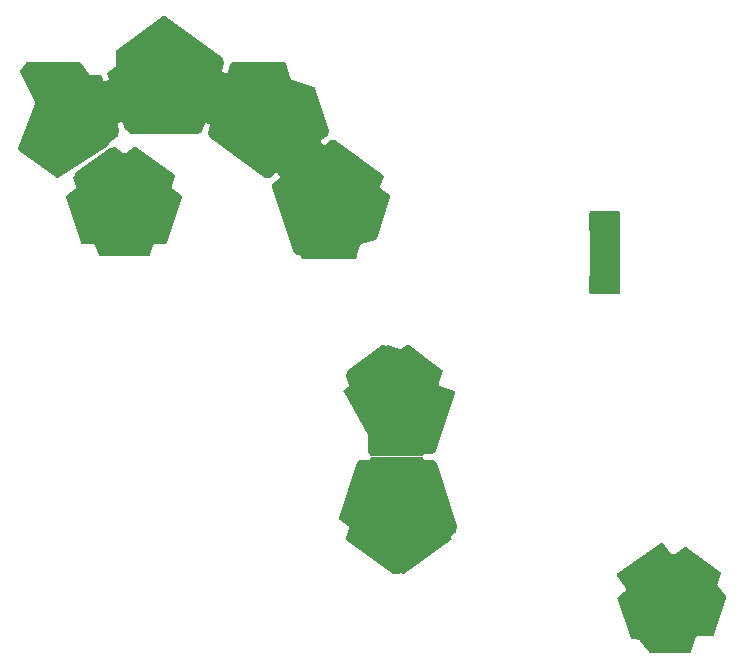
<source format=gbr>
G04 #@! TF.GenerationSoftware,KiCad,Pcbnew,(6.0.1)*
G04 #@! TF.CreationDate,2022-05-29T23:08:33-04:00*
G04 #@! TF.ProjectId,Main-rounded,4d61696e-2d72-46f7-956e-6465642e6b69,10*
G04 #@! TF.SameCoordinates,Original*
G04 #@! TF.FileFunction,Other,ECO2*
%FSLAX46Y46*%
G04 Gerber Fmt 4.6, Leading zero omitted, Abs format (unit mm)*
G04 Created by KiCad (PCBNEW (6.0.1)) date 2022-05-29 23:08:33*
%MOMM*%
%LPD*%
G01*
G04 APERTURE LIST*
G04 APERTURE END LIST*
G36*
X237294385Y-110302228D02*
G01*
X237336509Y-110339098D01*
X237344152Y-110349630D01*
X237362022Y-110366166D01*
X237401234Y-110390223D01*
X237427036Y-110397217D01*
X237479042Y-110384759D01*
X237501152Y-110374580D01*
X237544842Y-110342872D01*
X237611722Y-110319048D01*
X237657786Y-110325013D01*
X238661938Y-110651284D01*
X238676411Y-110654163D01*
X238747207Y-110659740D01*
X238775845Y-110655208D01*
X238841457Y-110628046D01*
X238854334Y-110620839D01*
X239246800Y-110335859D01*
X239313674Y-110312019D01*
X239382821Y-110328118D01*
X239394941Y-110335913D01*
X242245842Y-112409209D01*
X242289170Y-112465451D01*
X242295213Y-112536190D01*
X242291543Y-112550121D01*
X241962740Y-113559962D01*
X241960092Y-113571996D01*
X241953070Y-113631026D01*
X241954966Y-113655295D01*
X241969386Y-113706531D01*
X241980426Y-113728225D01*
X242013357Y-113770040D01*
X242031862Y-113785859D01*
X242083717Y-113814929D01*
X242094996Y-113819869D01*
X243265298Y-114200660D01*
X243323887Y-114240758D01*
X243351497Y-114306166D01*
X243346129Y-114359463D01*
X241735675Y-119308936D01*
X241690005Y-119371824D01*
X241500011Y-119510107D01*
X241433163Y-119534021D01*
X241425836Y-119534233D01*
X240762338Y-119534085D01*
X240738463Y-119538829D01*
X240695952Y-119556426D01*
X240675134Y-119573195D01*
X240654659Y-119622596D01*
X240653978Y-119626013D01*
X240650443Y-119632767D01*
X240649907Y-119634060D01*
X240649791Y-119634012D01*
X240621055Y-119688914D01*
X240559352Y-119724031D01*
X240530221Y-119727401D01*
X236268220Y-119721180D01*
X236200129Y-119701078D01*
X236153714Y-119647355D01*
X236146222Y-119624088D01*
X236127592Y-119579083D01*
X236110823Y-119558265D01*
X236061761Y-119537930D01*
X236006490Y-119493370D01*
X235984005Y-119421454D01*
X235984874Y-118011492D01*
X235976736Y-117980768D01*
X233895855Y-114333163D01*
X233879473Y-114264082D01*
X233903041Y-114197111D01*
X233931310Y-114168739D01*
X234266919Y-113925270D01*
X234276688Y-113916487D01*
X234319091Y-113869460D01*
X234332060Y-113847033D01*
X234349612Y-113793137D01*
X234352338Y-113767374D01*
X234345760Y-113704389D01*
X234343040Y-113691550D01*
X234101027Y-112945049D01*
X234099046Y-112874080D01*
X234128406Y-112820614D01*
X234139983Y-112808103D01*
X234164045Y-112768883D01*
X234171037Y-112743085D01*
X234155689Y-112679011D01*
X234159926Y-112677996D01*
X234153067Y-112631246D01*
X234182375Y-112566581D01*
X234201841Y-112548317D01*
X237158539Y-110312604D01*
X237224939Y-110287472D01*
X237294385Y-110302228D01*
G37*
G36*
X218744829Y-82494615D02*
G01*
X218756935Y-82502401D01*
X223664058Y-86070574D01*
X223709793Y-86133553D01*
X223790680Y-86382555D01*
X223792702Y-86453523D01*
X223790656Y-86460485D01*
X223585942Y-87089354D01*
X223583067Y-87113530D01*
X223586651Y-87159398D01*
X223596158Y-87184382D01*
X223636799Y-87219131D01*
X223658037Y-87231041D01*
X223919698Y-87316219D01*
X223943874Y-87319094D01*
X223989742Y-87315510D01*
X224014726Y-87306003D01*
X224049475Y-87265362D01*
X224061385Y-87244124D01*
X224281948Y-86566568D01*
X224327695Y-86503637D01*
X224472745Y-86398244D01*
X224539612Y-86374383D01*
X224546861Y-86374177D01*
X228860347Y-86375923D01*
X228928460Y-86395953D01*
X228974931Y-86449627D01*
X228980144Y-86463033D01*
X229389144Y-87723465D01*
X229395318Y-87736871D01*
X229432408Y-87797451D01*
X229452906Y-87817966D01*
X229513458Y-87855106D01*
X229526856Y-87861289D01*
X231378837Y-88463894D01*
X231437426Y-88503992D01*
X231459702Y-88544831D01*
X232656909Y-92235306D01*
X232656885Y-92313142D01*
X232576618Y-92560041D01*
X232536535Y-92618640D01*
X232530818Y-92623046D01*
X231994335Y-93012553D01*
X231977804Y-93030424D01*
X231953751Y-93069645D01*
X231946763Y-93095446D01*
X231959230Y-93147449D01*
X231969413Y-93169558D01*
X232131087Y-93392237D01*
X232148958Y-93408768D01*
X232188179Y-93432821D01*
X232213980Y-93439809D01*
X232265983Y-93427342D01*
X232288092Y-93417159D01*
X232864054Y-92998989D01*
X232930929Y-92975153D01*
X232938144Y-92974950D01*
X233117963Y-92975040D01*
X233191994Y-92999128D01*
X237237833Y-95940617D01*
X237281169Y-95996853D01*
X237287221Y-96067592D01*
X237283552Y-96081526D01*
X237014900Y-96906927D01*
X237012164Y-96919763D01*
X237005512Y-96982731D01*
X237008206Y-97008496D01*
X237025689Y-97062404D01*
X237038630Y-97084849D01*
X237080965Y-97131924D01*
X237090719Y-97140717D01*
X237795876Y-97653715D01*
X237839195Y-97709964D01*
X237845227Y-97780704D01*
X237841568Y-97794594D01*
X236691739Y-101328063D01*
X236651639Y-101386651D01*
X236610889Y-101408897D01*
X235399126Y-101802959D01*
X235385733Y-101809135D01*
X235325223Y-101846220D01*
X235304726Y-101866710D01*
X235267624Y-101927206D01*
X235261441Y-101940599D01*
X235004667Y-102729319D01*
X235003326Y-102734061D01*
X235001387Y-102742123D01*
X234999837Y-102751880D01*
X234999185Y-102760134D01*
X234998989Y-102765069D01*
X234998958Y-102904029D01*
X234978941Y-102972145D01*
X234925274Y-103018625D01*
X234872958Y-103030000D01*
X230447497Y-103030000D01*
X230379376Y-103009998D01*
X230332883Y-102956342D01*
X230321497Y-102903972D01*
X230321507Y-102858386D01*
X230316763Y-102834506D01*
X230299165Y-102791994D01*
X230282400Y-102771179D01*
X230232995Y-102750702D01*
X230209125Y-102745948D01*
X230048936Y-102745912D01*
X229974925Y-102721864D01*
X229621870Y-102465470D01*
X229578504Y-102409257D01*
X229576062Y-102402411D01*
X227809557Y-96959054D01*
X227809572Y-96881222D01*
X227887282Y-96642075D01*
X227927357Y-96583470D01*
X227933087Y-96579053D01*
X228464483Y-96193240D01*
X228481014Y-96175369D01*
X228505067Y-96136148D01*
X228512055Y-96110347D01*
X228499588Y-96058344D01*
X228489405Y-96036235D01*
X228327731Y-95813555D01*
X228309861Y-95797024D01*
X228270636Y-95772970D01*
X228244839Y-95765983D01*
X228192832Y-95778451D01*
X228170726Y-95788633D01*
X227641043Y-96173202D01*
X227574167Y-96197038D01*
X227566955Y-96197241D01*
X227336714Y-96197129D01*
X227262676Y-96173038D01*
X222517694Y-92722902D01*
X222471960Y-92659929D01*
X222397918Y-92432053D01*
X222395890Y-92361086D01*
X222397939Y-92354115D01*
X222598872Y-91736863D01*
X222601747Y-91712687D01*
X222598163Y-91666819D01*
X222588656Y-91641835D01*
X222548012Y-91607083D01*
X222526779Y-91595177D01*
X222265115Y-91509998D01*
X222240939Y-91507123D01*
X222195071Y-91510707D01*
X222170088Y-91520214D01*
X222135337Y-91560857D01*
X222123429Y-91582093D01*
X221920211Y-92206363D01*
X221874463Y-92269295D01*
X221674088Y-92414886D01*
X221607221Y-92438746D01*
X221599973Y-92438952D01*
X215866767Y-92436654D01*
X215798655Y-92416625D01*
X215792687Y-92412539D01*
X215450039Y-92163231D01*
X215404320Y-92100231D01*
X215228801Y-91559259D01*
X215216914Y-91538012D01*
X215187048Y-91503013D01*
X215164673Y-91488393D01*
X215111668Y-91484199D01*
X215086934Y-91487235D01*
X214822586Y-91575784D01*
X214800225Y-91588980D01*
X214767718Y-91618843D01*
X214753843Y-91641876D01*
X214751205Y-91695056D01*
X214754189Y-91717466D01*
X214902576Y-92174008D01*
X214902588Y-92251868D01*
X214766845Y-92669918D01*
X214726782Y-92728531D01*
X214721024Y-92732971D01*
X214060305Y-93212604D01*
X214043769Y-93230478D01*
X214019716Y-93269693D01*
X214012725Y-93295494D01*
X214015780Y-93308242D01*
X214012203Y-93379149D01*
X213970859Y-93436865D01*
X213962062Y-93443155D01*
X209745536Y-96192130D01*
X209677548Y-96212577D01*
X209609298Y-96193022D01*
X209602518Y-96188411D01*
X206348756Y-93817389D01*
X206305482Y-93761106D01*
X206299506Y-93690361D01*
X206305742Y-93669344D01*
X207777575Y-89936152D01*
X207781091Y-89923478D01*
X207791442Y-89861610D01*
X207790366Y-89835943D01*
X207774917Y-89775326D01*
X207770198Y-89762684D01*
X206511773Y-87253356D01*
X206499115Y-87183497D01*
X206517646Y-87129947D01*
X206958839Y-86426163D01*
X207011968Y-86379070D01*
X207065646Y-86367088D01*
X211523695Y-86368865D01*
X211591808Y-86388894D01*
X211625571Y-86420790D01*
X212309625Y-87362032D01*
X212319637Y-87372861D01*
X212373654Y-87418986D01*
X212399490Y-87432148D01*
X212468555Y-87448727D01*
X212483205Y-87450460D01*
X213278451Y-87450460D01*
X213346572Y-87470462D01*
X213393065Y-87524118D01*
X213398301Y-87537575D01*
X213522826Y-87921375D01*
X213534713Y-87942622D01*
X213564579Y-87977621D01*
X213586955Y-87992241D01*
X213640265Y-87996460D01*
X213664438Y-87993610D01*
X213926190Y-87908683D01*
X213947431Y-87896799D01*
X213982432Y-87866931D01*
X213997052Y-87844555D01*
X214001271Y-87791246D01*
X213998420Y-87767071D01*
X213872878Y-87380134D01*
X213870881Y-87309166D01*
X213907569Y-87248384D01*
X213918697Y-87239291D01*
X214554384Y-86777724D01*
X214565228Y-86767705D01*
X214611387Y-86713683D01*
X214624562Y-86687836D01*
X214641153Y-86618749D01*
X214642890Y-86604083D01*
X214642890Y-85445972D01*
X214662892Y-85377851D01*
X214694863Y-85344011D01*
X218608807Y-82502347D01*
X218675683Y-82478511D01*
X218744829Y-82494615D01*
G37*
G36*
X260920606Y-127072635D02*
G01*
X260958697Y-127107201D01*
X261561151Y-127936428D01*
X261569336Y-127945640D01*
X261641632Y-128012469D01*
X261662395Y-128025193D01*
X261748925Y-128057115D01*
X261772973Y-128060923D01*
X261865137Y-128057301D01*
X261888810Y-128051616D01*
X261978225Y-128010391D01*
X261988847Y-128004165D01*
X262766796Y-127438897D01*
X262833663Y-127415036D01*
X262902815Y-127431113D01*
X262914964Y-127438923D01*
X265764839Y-129511214D01*
X265808170Y-129567454D01*
X265814217Y-129638193D01*
X265810548Y-129652124D01*
X265553758Y-130440945D01*
X265551446Y-130450554D01*
X265539044Y-130528590D01*
X265539036Y-130548183D01*
X265550589Y-130621326D01*
X265556635Y-130639961D01*
X265592487Y-130710381D01*
X265597643Y-130718800D01*
X266251183Y-131618858D01*
X266275023Y-131685733D01*
X266269045Y-131731869D01*
X265239686Y-134896029D01*
X265199591Y-134954621D01*
X265134185Y-134982234D01*
X265119779Y-134983050D01*
X263931611Y-134982218D01*
X263918547Y-134983582D01*
X263815870Y-135005344D01*
X263792183Y-135015877D01*
X263712627Y-135073634D01*
X263695279Y-135092892D01*
X263642789Y-135183775D01*
X263637440Y-135195788D01*
X263270197Y-136325949D01*
X263230122Y-136384554D01*
X263164725Y-136412189D01*
X263150296Y-136413010D01*
X259822512Y-136411188D01*
X259754402Y-136391149D01*
X259720632Y-136359232D01*
X259010323Y-135381224D01*
X259003924Y-135373730D01*
X258948059Y-135317848D01*
X258932212Y-135306331D01*
X258866243Y-135272711D01*
X258847610Y-135266656D01*
X258769572Y-135254294D01*
X258759736Y-135253520D01*
X258339795Y-135253520D01*
X258271674Y-135233518D01*
X258225181Y-135179862D01*
X258220717Y-135168708D01*
X257052867Y-131792349D01*
X257049502Y-131721432D01*
X257085012Y-131659954D01*
X257097879Y-131649228D01*
X257650172Y-131247924D01*
X257659373Y-131239747D01*
X257726200Y-131167448D01*
X257738919Y-131146693D01*
X257770840Y-131060161D01*
X257774648Y-131036120D01*
X257771026Y-130943957D01*
X257765344Y-130920291D01*
X257724124Y-130830878D01*
X257717900Y-130820258D01*
X257037172Y-129883292D01*
X257013314Y-129816424D01*
X257031665Y-129743415D01*
X257057341Y-129701500D01*
X257061672Y-129704153D01*
X257078477Y-129675510D01*
X257092501Y-129664104D01*
X260784473Y-127078060D01*
X260851743Y-127055361D01*
X260920606Y-127072635D01*
G37*
G36*
X240591963Y-119820002D02*
G01*
X240638456Y-119873658D01*
X240646292Y-119909702D01*
X240647424Y-119909477D01*
X240654587Y-119945526D01*
X240672184Y-119988037D01*
X240688953Y-120008855D01*
X240738356Y-120029331D01*
X240762226Y-120034085D01*
X241413872Y-120034230D01*
X241481988Y-120054247D01*
X241487994Y-120058358D01*
X241733847Y-120237308D01*
X241779540Y-120300273D01*
X243505141Y-125615581D01*
X243507469Y-125685314D01*
X243379159Y-126193843D01*
X243343099Y-126255000D01*
X243331024Y-126264971D01*
X243006768Y-126500437D01*
X242990241Y-126518307D01*
X242966190Y-126557533D01*
X242959205Y-126583333D01*
X242971675Y-126635333D01*
X242981864Y-126657447D01*
X243003697Y-126687513D01*
X243027540Y-126754386D01*
X243011443Y-126823534D01*
X242975699Y-126863563D01*
X239043972Y-129713909D01*
X238977080Y-129737698D01*
X238907945Y-129721546D01*
X238868063Y-129685932D01*
X238848497Y-129658988D01*
X238830625Y-129642459D01*
X238791401Y-129618410D01*
X238765600Y-129611424D01*
X238713600Y-129623894D01*
X238691489Y-129634081D01*
X238589074Y-129708453D01*
X238515042Y-129732499D01*
X238139172Y-129732514D01*
X238065115Y-129708457D01*
X234112002Y-126836895D01*
X234068643Y-126780676D01*
X234062561Y-126709941D01*
X234066240Y-126695956D01*
X234335879Y-125867498D01*
X234338617Y-125854649D01*
X234345267Y-125791690D01*
X234342573Y-125765924D01*
X234325092Y-125712018D01*
X234312149Y-125689571D01*
X234269813Y-125642497D01*
X234260061Y-125633705D01*
X233557891Y-125122894D01*
X233514571Y-125066645D01*
X233508539Y-124995905D01*
X233512191Y-124982035D01*
X235058297Y-120227857D01*
X235098386Y-120169262D01*
X235104123Y-120164843D01*
X235252896Y-120056895D01*
X235326921Y-120032877D01*
X236037438Y-120033035D01*
X236061313Y-120028291D01*
X236103824Y-120010694D01*
X236124642Y-119993925D01*
X236145118Y-119944523D01*
X236150755Y-119916217D01*
X236183676Y-119853315D01*
X236245380Y-119818198D01*
X236273577Y-119814829D01*
X238759665Y-119800002D01*
X238760416Y-119800000D01*
X240523842Y-119800000D01*
X240591963Y-119820002D01*
G37*
G36*
X216270823Y-93521415D02*
G01*
X216282946Y-93529212D01*
X219589870Y-95933935D01*
X219633201Y-95990175D01*
X219639247Y-96060914D01*
X219635593Y-96074797D01*
X219366890Y-96901292D01*
X219364156Y-96914149D01*
X219357530Y-96977153D01*
X219360239Y-97002927D01*
X219377771Y-97056857D01*
X219390737Y-97079303D01*
X219433142Y-97126364D01*
X219442914Y-97135155D01*
X220147732Y-97646734D01*
X220191113Y-97702937D01*
X220197221Y-97773670D01*
X220193535Y-97787695D01*
X218928178Y-101676132D01*
X218888078Y-101734720D01*
X218822669Y-101762327D01*
X218808475Y-101763142D01*
X217939713Y-101763923D01*
X217926662Y-101765306D01*
X217864762Y-101778516D01*
X217841114Y-101789065D01*
X217795299Y-101822396D01*
X217777981Y-101841650D01*
X217746361Y-101896474D01*
X217741024Y-101908472D01*
X217472172Y-102736911D01*
X217432119Y-102795531D01*
X217366732Y-102823191D01*
X217352266Y-102824017D01*
X213263343Y-102822103D01*
X213195232Y-102802069D01*
X213148764Y-102748392D01*
X213143588Y-102735097D01*
X212874880Y-101909445D01*
X212869532Y-101897447D01*
X212837864Y-101842647D01*
X212820530Y-101823408D01*
X212774686Y-101790118D01*
X212751023Y-101779587D01*
X212689105Y-101766431D01*
X212676059Y-101765060D01*
X211802478Y-101765060D01*
X211734357Y-101745058D01*
X211687864Y-101691402D01*
X211682627Y-101677942D01*
X210421122Y-97789483D01*
X210419127Y-97718515D01*
X210455817Y-97657733D01*
X210466898Y-97648675D01*
X211171027Y-97136951D01*
X211180787Y-97128160D01*
X211223140Y-97081112D01*
X211236093Y-97058673D01*
X211253602Y-97004781D01*
X211256310Y-96979014D01*
X211249694Y-96916051D01*
X211246965Y-96903211D01*
X211004341Y-96156355D01*
X211002317Y-96085387D01*
X211038983Y-96024591D01*
X211050160Y-96015457D01*
X211148571Y-95944023D01*
X211165106Y-95926151D01*
X211189163Y-95886932D01*
X211196154Y-95861131D01*
X211180801Y-95797059D01*
X211185015Y-95796049D01*
X211178125Y-95749259D01*
X211207399Y-95684578D01*
X211229883Y-95664083D01*
X214096092Y-93625890D01*
X214163199Y-93602713D01*
X214234992Y-93621169D01*
X214254109Y-93632895D01*
X214279909Y-93639885D01*
X214331912Y-93627425D01*
X214354025Y-93617242D01*
X214402223Y-93582256D01*
X214469101Y-93558426D01*
X214538246Y-93574537D01*
X214550293Y-93582282D01*
X215183017Y-94041904D01*
X215194395Y-94048472D01*
X215252222Y-94074216D01*
X215277559Y-94079602D01*
X215334228Y-94079604D01*
X215359559Y-94074223D01*
X215417401Y-94048481D01*
X215428767Y-94041921D01*
X216134802Y-93529166D01*
X216201674Y-93505321D01*
X216270823Y-93521415D01*
G37*
G36*
X257242121Y-99020002D02*
G01*
X257288614Y-99073658D01*
X257300000Y-99126000D01*
X257300000Y-105874000D01*
X257279998Y-105942121D01*
X257226342Y-105988614D01*
X257174000Y-106000000D01*
X254826000Y-106000000D01*
X254757879Y-105979998D01*
X254711386Y-105926342D01*
X254700000Y-105874000D01*
X254700000Y-104488729D01*
X254716817Y-104431456D01*
X254715182Y-104430669D01*
X254719963Y-104420741D01*
X254720002Y-104420608D01*
X254720078Y-104420502D01*
X254733353Y-104392935D01*
X254748425Y-104326900D01*
X254750000Y-104312922D01*
X254750000Y-100777078D01*
X254748425Y-100763100D01*
X254733353Y-100697065D01*
X254715182Y-100659331D01*
X254718473Y-100657746D01*
X254700655Y-100614100D01*
X254700000Y-100601271D01*
X254700000Y-99126000D01*
X254720002Y-99057879D01*
X254773658Y-99011386D01*
X254826000Y-99000000D01*
X257174000Y-99000000D01*
X257242121Y-99020002D01*
G37*
M02*

</source>
